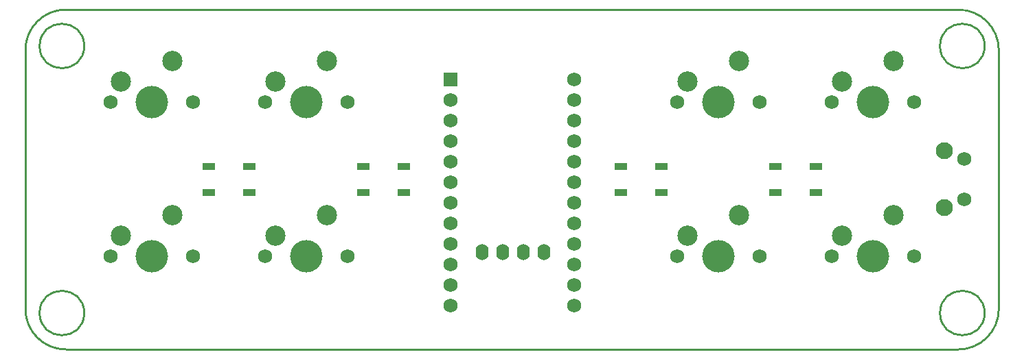
<source format=gbr>
%TF.GenerationSoftware,KiCad,Pcbnew,(6.0.0)*%
%TF.CreationDate,2022-03-13T18:47:54+01:00*%
%TF.ProjectId,TurtlePad,54757274-6c65-4506-9164-2e6b69636164,rev?*%
%TF.SameCoordinates,Original*%
%TF.FileFunction,Soldermask,Bot*%
%TF.FilePolarity,Negative*%
%FSLAX46Y46*%
G04 Gerber Fmt 4.6, Leading zero omitted, Abs format (unit mm)*
G04 Created by KiCad (PCBNEW (6.0.0)) date 2022-03-13 18:47:54*
%MOMM*%
%LPD*%
G01*
G04 APERTURE LIST*
%TA.AperFunction,Profile*%
%ADD10C,0.250000*%
%TD*%
%ADD11C,1.750000*%
%ADD12C,4.000000*%
%ADD13C,2.500000*%
%ADD14O,1.600000X2.000000*%
%ADD15C,2.100000*%
%ADD16R,1.752600X1.752600*%
%ADD17C,1.752600*%
%ADD18R,1.501140X0.899160*%
G04 APERTURE END LIST*
D10*
X98598750Y-79243439D02*
G75*
G03*
X93598750Y-84243439I0J-5000000D01*
G01*
X208598750Y-79243439D02*
X98598750Y-79243439D01*
X98598750Y-121243439D02*
X208598750Y-121243439D01*
X208598750Y-121243439D02*
G75*
G03*
X213598750Y-116243439I0J5000000D01*
G01*
X213598750Y-84243439D02*
G75*
G03*
X208598750Y-79243439I-5000000J0D01*
G01*
X100848750Y-116743439D02*
G75*
G03*
X100848750Y-116743439I-2750000J0D01*
G01*
X211848750Y-83743439D02*
G75*
G03*
X211848750Y-83743439I-2750000J0D01*
G01*
X211848750Y-116743439D02*
G75*
G03*
X211848750Y-116743439I-2750000J0D01*
G01*
X93598750Y-116243439D02*
G75*
G03*
X98598750Y-121243439I5000000J0D01*
G01*
X93598750Y-84243439D02*
X93598750Y-116243439D01*
X100848750Y-83743439D02*
G75*
G03*
X100848750Y-83743439I-2750000J0D01*
G01*
X213598750Y-116243439D02*
X213598750Y-84243439D01*
D11*
%TO.C,MX8*%
X192972811Y-109763439D03*
D12*
X198052811Y-109763439D03*
D11*
X203132811Y-109763439D03*
D13*
X194242811Y-107223439D03*
X200592811Y-104683439D03*
%TD*%
D14*
%TO.C,OL1*%
X157522811Y-109250939D03*
X154982811Y-109250939D03*
X152442811Y-109250939D03*
X149902811Y-109250939D03*
%TD*%
D11*
%TO.C,MX5*%
X104072811Y-109763439D03*
X114232811Y-109763439D03*
D12*
X109152811Y-109763439D03*
D13*
X105342811Y-107223439D03*
X111692811Y-104683439D03*
%TD*%
D11*
%TO.C,MX6*%
X123122811Y-109763439D03*
X133282811Y-109763439D03*
D12*
X128202811Y-109763439D03*
D13*
X124392811Y-107223439D03*
X130742811Y-104683439D03*
%TD*%
D15*
%TO.C,SW1*%
X206876250Y-103728439D03*
X206876250Y-96718439D03*
D11*
X209366250Y-97718439D03*
X209366250Y-102718439D03*
%TD*%
D12*
%TO.C,MX3*%
X179002811Y-90713439D03*
D11*
X184082811Y-90713439D03*
X173922811Y-90713439D03*
D13*
X175192811Y-88173439D03*
X181542811Y-85633439D03*
%TD*%
D12*
%TO.C,MX7*%
X179002811Y-109763439D03*
D11*
X173922811Y-109763439D03*
X184082811Y-109763439D03*
D13*
X175192811Y-107223439D03*
X181542811Y-104683439D03*
%TD*%
D11*
%TO.C,MX2*%
X133282811Y-90713439D03*
D12*
X128202811Y-90713439D03*
D11*
X123122811Y-90713439D03*
D13*
X124392811Y-88173439D03*
X130742811Y-85633439D03*
%TD*%
D12*
%TO.C,MX1*%
X109152811Y-90713439D03*
D11*
X114232811Y-90713439D03*
X104072811Y-90713439D03*
D13*
X105342811Y-88173439D03*
X111692811Y-85633439D03*
%TD*%
D16*
%TO.C,U1*%
X145982811Y-87855939D03*
D17*
X145982811Y-90395939D03*
X145982811Y-92935939D03*
X145982811Y-95475939D03*
X145982811Y-98015939D03*
X145982811Y-100555939D03*
X145982811Y-103095939D03*
X145982811Y-105635939D03*
X145982811Y-108175939D03*
X145982811Y-110715939D03*
X145982811Y-113255939D03*
X145982811Y-115795939D03*
X161222811Y-115795939D03*
X161222811Y-113255939D03*
X161222811Y-110715939D03*
X161222811Y-108175939D03*
X161222811Y-105635939D03*
X161222811Y-103095939D03*
X161222811Y-100555939D03*
X161222811Y-98015939D03*
X161222811Y-95475939D03*
X161222811Y-92935939D03*
X161222811Y-90395939D03*
X161222811Y-87855939D03*
%TD*%
D11*
%TO.C,MX4*%
X192972811Y-90713439D03*
X203132811Y-90713439D03*
D12*
X198052811Y-90713439D03*
D13*
X194242811Y-88173439D03*
X200592811Y-85633439D03*
%TD*%
D18*
%TO.C,RGB4*%
X191027171Y-98638239D03*
X191027171Y-101838639D03*
X186028451Y-101838639D03*
X186028451Y-98638239D03*
%TD*%
%TO.C,RGB3*%
X166978451Y-98638239D03*
X166978451Y-101838639D03*
X171977171Y-101838639D03*
X171977171Y-98638239D03*
%TD*%
%TO.C,RGB2*%
X140227171Y-98638239D03*
X140227171Y-101838639D03*
X135228451Y-101838639D03*
X135228451Y-98638239D03*
%TD*%
%TO.C,RGB1*%
X121177171Y-98638239D03*
X121177171Y-101838639D03*
X116178451Y-101838639D03*
X116178451Y-98638239D03*
%TD*%
M02*

</source>
